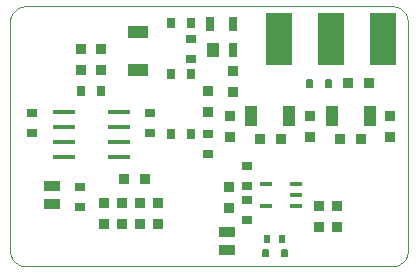
<source format=gtp>
G75*
G70*
%OFA0B0*%
%FSLAX24Y24*%
%IPPOS*%
%LPD*%
%AMOC8*
5,1,8,0,0,1.08239X$1,22.5*
%
%ADD10C,0.0020*%
%ADD11R,0.0420X0.0140*%
%ADD12R,0.0353X0.0314*%
%ADD13R,0.0320X0.0370*%
%ADD14R,0.0550X0.0380*%
%ADD15C,0.0059*%
%ADD16R,0.0196X0.0274*%
%ADD17R,0.0780X0.0140*%
%ADD18R,0.0870X0.1720*%
%ADD19R,0.0314X0.0353*%
%ADD20R,0.0314X0.0487*%
%ADD21R,0.0392X0.0487*%
%ADD22R,0.0392X0.0707*%
%ADD23R,0.0370X0.0320*%
%ADD24R,0.0707X0.0392*%
D10*
X006654Y000650D02*
X006654Y008311D01*
X006656Y008355D01*
X006662Y008398D01*
X006671Y008440D01*
X006684Y008482D01*
X006701Y008522D01*
X006721Y008561D01*
X006744Y008598D01*
X006771Y008632D01*
X006800Y008665D01*
X006833Y008694D01*
X006867Y008721D01*
X006904Y008744D01*
X006943Y008764D01*
X006983Y008781D01*
X007025Y008794D01*
X007067Y008803D01*
X007110Y008809D01*
X007154Y008811D01*
X019402Y008811D01*
X019446Y008809D01*
X019489Y008803D01*
X019531Y008794D01*
X019573Y008781D01*
X019613Y008764D01*
X019652Y008744D01*
X019689Y008721D01*
X019723Y008694D01*
X019756Y008665D01*
X019785Y008632D01*
X019812Y008598D01*
X019835Y008561D01*
X019855Y008522D01*
X019872Y008482D01*
X019885Y008440D01*
X019894Y008398D01*
X019900Y008355D01*
X019902Y008311D01*
X019902Y000650D01*
X019900Y000606D01*
X019894Y000563D01*
X019885Y000521D01*
X019872Y000479D01*
X019855Y000439D01*
X019835Y000400D01*
X019812Y000363D01*
X019785Y000329D01*
X019756Y000296D01*
X019723Y000267D01*
X019689Y000240D01*
X019652Y000217D01*
X019613Y000197D01*
X019573Y000180D01*
X019531Y000167D01*
X019489Y000158D01*
X019446Y000152D01*
X019402Y000150D01*
X007154Y000150D01*
X007110Y000152D01*
X007067Y000158D01*
X007025Y000167D01*
X006983Y000180D01*
X006943Y000197D01*
X006904Y000217D01*
X006867Y000240D01*
X006833Y000267D01*
X006800Y000296D01*
X006771Y000329D01*
X006744Y000363D01*
X006721Y000400D01*
X006701Y000439D01*
X006684Y000479D01*
X006671Y000521D01*
X006662Y000563D01*
X006656Y000606D01*
X006654Y000650D01*
D11*
X015168Y002140D03*
X016188Y002140D03*
X016188Y002510D03*
X016188Y002880D03*
X015168Y002880D03*
D12*
X014558Y002815D03*
X014558Y002365D03*
X014558Y001695D03*
X014558Y003485D03*
X013253Y003875D03*
X013253Y004545D03*
X011328Y004589D03*
X011328Y005258D03*
X012683Y007065D03*
X012683Y007735D03*
X007391Y005258D03*
X007391Y004589D03*
X008964Y002778D03*
X008964Y002109D03*
D13*
X009773Y002250D03*
X010373Y002250D03*
X010973Y002250D03*
X011573Y002250D03*
X011573Y001550D03*
X010973Y001550D03*
X010373Y001550D03*
X009773Y001550D03*
X013958Y002100D03*
X013958Y002800D03*
X016955Y002144D03*
X017552Y002140D03*
X017552Y001440D03*
X016955Y001444D03*
X016651Y004461D03*
X016651Y005161D03*
X019320Y005162D03*
X019320Y004462D03*
X014080Y005953D03*
X013253Y006000D03*
X014080Y006653D03*
X013253Y005300D03*
X013991Y005158D03*
X013991Y004458D03*
X009693Y006700D03*
X009013Y006680D03*
X009013Y007380D03*
X009693Y007400D03*
D14*
X008041Y002811D03*
X008041Y002211D03*
X013889Y001304D03*
X013889Y000704D03*
D15*
X015069Y000673D02*
X015069Y000497D01*
X015069Y000673D02*
X015245Y000673D01*
X015245Y000497D01*
X015069Y000497D01*
X015069Y000555D02*
X015245Y000555D01*
X015245Y000613D02*
X015069Y000613D01*
X015069Y000671D02*
X015245Y000671D01*
X015699Y000673D02*
X015699Y000497D01*
X015699Y000673D02*
X015875Y000673D01*
X015875Y000497D01*
X015699Y000497D01*
X015699Y000555D02*
X015875Y000555D01*
X015875Y000613D02*
X015699Y000613D01*
X015699Y000671D02*
X015875Y000671D01*
X016550Y006132D02*
X016726Y006132D01*
X016550Y006132D02*
X016550Y006368D01*
X016726Y006368D01*
X016726Y006132D01*
X016726Y006190D02*
X016550Y006190D01*
X016550Y006248D02*
X016726Y006248D01*
X016726Y006306D02*
X016550Y006306D01*
X016550Y006364D02*
X016726Y006364D01*
X017180Y006132D02*
X017356Y006132D01*
X017180Y006132D02*
X017180Y006368D01*
X017356Y006368D01*
X017356Y006132D01*
X017356Y006190D02*
X017180Y006190D01*
X017180Y006248D02*
X017356Y006248D01*
X017356Y006306D02*
X017180Y006306D01*
X017180Y006364D02*
X017356Y006364D01*
D16*
X015728Y001065D03*
X015216Y001065D03*
D17*
X010290Y003780D03*
X010290Y004280D03*
X010290Y004780D03*
X010290Y005280D03*
X008430Y005280D03*
X008430Y004780D03*
X008430Y004280D03*
X008430Y003780D03*
D18*
X015628Y007711D03*
X017353Y007711D03*
X019078Y007711D03*
D19*
X012688Y008250D03*
X012019Y008250D03*
X012019Y006550D03*
X012688Y006550D03*
X009694Y005992D03*
X009025Y005992D03*
X012019Y004550D03*
X012688Y004550D03*
D20*
X014070Y007371D03*
X014070Y008237D03*
X013322Y008237D03*
D21*
X013401Y007371D03*
D22*
X014692Y005161D03*
X015952Y005161D03*
X017373Y005162D03*
X018633Y005162D03*
D23*
X018340Y004390D03*
X017640Y004390D03*
X015672Y004383D03*
X014972Y004383D03*
X011129Y003052D03*
X010429Y003052D03*
X017903Y006250D03*
X018603Y006250D03*
D24*
X010913Y006700D03*
X010913Y007960D03*
M02*

</source>
